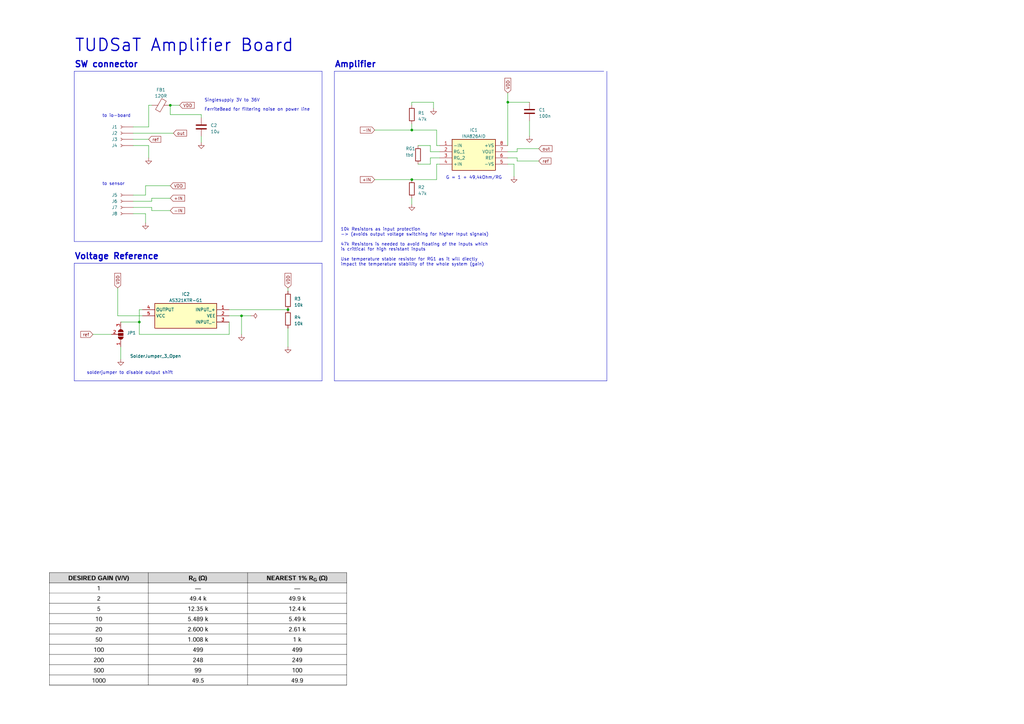
<source format=kicad_sch>
(kicad_sch (version 20230121) (generator eeschema)
  (paper "A3")
  (lib_symbols
    (symbol "AS321KTR-G1:AS321KTR-G1"
      (property "Reference" "IC" (at 31.75 7.62 0))
      (property "Value" "AS321KTR-G1" (at 31.75 5.08 0))
      (symbol "AS321KTR-G1_1_1"
        (rectangle (start 5.08 2.54) (end 30.48 -7.62) (stroke (width 0.254)) (fill (type background)))
        (pin input line (at 0 0 0) (length 5.08) (name "INPUT_+") (number "1"))
        (pin power_in line (at 0 -2.54 0) (length 5.08) (name "VEE") (number "2"))
        (pin input line (at 0 -5.08 0) (length 5.08) (name "INPUT_-") (number "3"))
        (pin output line (at 35.56 0 180) (length 5.08) (name "OUTPUT") (number "4"))
        (pin bidirectional line (at 35.56 -2.54 180) (length 5.08) (name "VCC") (number "5"))
      )
    )
    (symbol "Connector:Conn_01x01_Socket" (pin_numbers hide) (pin_names (offset 1.016) hide)
      (property "Reference" "J" (at 0 2.54 0))
      (property "Value" "Conn_01x01_Socket" (at 0 -2.54 0))
      (symbol "Conn_01x01_Socket_1_1"
        (polyline (pts (xy -1.27 0) (xy -0.508 0)) (stroke (width 0.1524)))
        (arc (start 0 0.508) (mid -0.5058 0) (end 0 -0.508) (stroke (width 0.1524)))
        (pin passive line (at -5.08 0 0) (length 3.81) (name "Pin_1") (number "1"))
      )
    )
    (symbol "Device:C" (pin_numbers hide) (pin_names (offset 0.254))
      (property "Reference" "C" (at 0.635 2.54 0))
      (property "Value" "C" (at 0.635 -2.54 0))
      (symbol "C_0_1"
        (polyline (pts (xy -2.032 -0.762) (xy 2.032 -0.762)) (stroke (width 0.508)))
        (polyline (pts (xy -2.032 0.762) (xy 2.032 0.762)) (stroke (width 0.508)))
      )
      (symbol "C_1_1"
        (pin passive line (at 0 3.81 270) (length 2.794) (name "~") (number "1"))
        (pin passive line (at 0 -3.81 90) (length 2.794) (name "~") (number "2"))
      )
    )
    (symbol "Device:FerriteBead" (pin_numbers hide) (pin_names (offset 0))
      (property "Reference" "FB" (at -3.81 0.635 90))
      (property "Value" "FerriteBead" (at 3.81 0 90))
      (symbol "FerriteBead_0_1"
        (polyline (pts (xy 0 -1.27) (xy 0 -1.2192)))
        (polyline (pts (xy 0 1.27) (xy 0 1.2954)))
        (polyline (pts (xy -2.7686 0.4064) (xy -1.7018 2.2606) (xy 2.7686 -0.3048) (xy 1.6764 -2.159) (xy -2.7686 0.4064)))
      )
      (symbol "FerriteBead_1_1"
        (pin passive line (at 0 3.81 270) (length 2.54) (name "~") (number "1"))
        (pin passive line (at 0 -3.81 90) (length 2.54) (name "~") (number "2"))
      )
    )
    (symbol "Device:R" (pin_numbers hide) (pin_names (offset 0))
      (property "Reference" "R" (at 2.032 0 90))
      (property "Value" "R" (at 0 0 90))
      (symbol "R_0_1"
        (rectangle (start -1.016 -2.54) (end 1.016 2.54) (stroke (width 0.254)))
      )
      (symbol "R_1_1"
        (pin passive line (at 0 3.81 270) (length 1.27) (name "~") (number "1"))
        (pin passive line (at 0 -3.81 90) (length 1.27) (name "~") (number "2"))
      )
    )
    (symbol "GND_2" (power) (pin_numbers hide) (pin_names (offset 0) hide)
      (property "Value" "GND_2" (at 0 -3.81 0))
      (symbol "GND_2_0_1"
        (polyline (pts (xy 0 0) (xy 0 -1.27) (xy 1.27 -1.27) (xy 0 -2.54) (xy -1.27 -1.27) (xy 0 -1.27)))
      )
      (symbol "GND_2_1_1"
        (pin power_in line (at 0 0 270) (length 0) hide (name "GND") (number "1"))
      )
    )
    (symbol "GND_3" (power) (pin_numbers hide) (pin_names (offset 0) hide)
      (property "Value" "GND_3" (at 0 -3.81 0))
      (symbol "GND_3_0_1"
        (polyline (pts (xy 0 0) (xy 0 -1.27) (xy 1.27 -1.27) (xy 0 -2.54) (xy -1.27 -1.27) (xy 0 -1.27)))
      )
      (symbol "GND_3_1_1"
        (pin power_in line (at 0 0 270) (length 0) hide (name "GND") (number "1"))
      )
    )
    (symbol "INA826AID:INA826AID"
      (property "Reference" "IC" (at 24.13 7.62 0))
      (property "Value" "INA826AID" (at 24.13 5.08 0))
      (symbol "INA826AID_1_1"
        (rectangle (start 5.08 2.54) (end 22.86 -10.16) (stroke (width 0.254)) (fill (type background)))
        (pin passive line (at 0 0 0) (length 5.08) (name "-IN") (number "1"))
        (pin passive line (at 0 -2.54 0) (length 5.08) (name "RG_1") (number "2"))
        (pin passive line (at 0 -5.08 0) (length 5.08) (name "RG_2") (number "3"))
        (pin passive line (at 0 -7.62 0) (length 5.08) (name "+IN") (number "4"))
        (pin passive line (at 27.94 -7.62 180) (length 5.08) (name "-VS") (number "5"))
        (pin passive line (at 27.94 -5.08 180) (length 5.08) (name "REF") (number "6"))
        (pin passive line (at 27.94 -2.54 180) (length 5.08) (name "VOUT") (number "7"))
        (pin passive line (at 27.94 0 180) (length 5.08) (name "+VS") (number "8"))
      )
    )
    (symbol "Jumper:SolderJumper_3_Open" (pin_names (offset 0) hide)
      (property "Reference" "JP" (at -2.54 -2.54 0))
      (property "Value" "SolderJumper_3_Open" (at 0 2.794 0))
      (symbol "SolderJumper_3_Open_0_1"
        (arc (start -1.016 1.016) (mid -2.0276 0) (end -1.016 -1.016))
        (arc (start -1.016 1.016) (mid -2.0276 0) (end -1.016 -1.016) (fill (type outline)))
        (rectangle (start -0.508 1.016) (end 0.508 -1.016) (fill (type outline)))
        (polyline (pts (xy -2.54 0) (xy -2.032 0)))
        (polyline (pts (xy -1.016 1.016) (xy -1.016 -1.016)))
        (polyline (pts (xy 0 -1.27) (xy 0 -1.016)))
        (polyline (pts (xy 1.016 1.016) (xy 1.016 -1.016)))
        (polyline (pts (xy 2.54 0) (xy 2.032 0)))
        (arc (start 1.016 -1.016) (mid 2.0276 0) (end 1.016 1.016))
        (arc (start 1.016 -1.016) (mid 2.0276 0) (end 1.016 1.016) (fill (type outline)))
      )
      (symbol "SolderJumper_3_Open_1_1"
        (pin passive line (at -5.08 0 0) (length 2.54) (name "A") (number "1"))
        (pin passive line (at 0 -3.81 90) (length 2.54) (name "C") (number "2"))
        (pin passive line (at 5.08 0 180) (length 2.54) (name "B") (number "3"))
      )
    )
    (symbol "power:PWR_FLAG" (power) (pin_numbers hide) (pin_names (offset 0) hide)
      (property "Value" "PWR_FLAG" (at 0 3.81 0))
      (symbol "PWR_FLAG_0_0"
        (pin power_out line (at 0 0 90) (length 0) (name "pwr") (number "1"))
      )
      (symbol "PWR_FLAG_0_1"
        (polyline (pts (xy 0 0) (xy 0 1.27) (xy -1.016 1.905) (xy 0 2.54) (xy 1.016 1.905) (xy 0 1.27)))
      )
    )
  )
  (junction (at 99.06 129.54))
  (junction (at 118.11 127))
  (junction (at 69.85 43.18))
  (junction (at 208.28 41.91))
  (junction (at 168.91 53.34))
  (junction (at 168.91 73.66))
  (junction (at 57.15 132.08))
  (polyline (pts (xy 30.48 156.21) (xy 132.08 156.21)))
  (wire (pts (xy 73.66 43.18) (xy 69.85 43.18)))
  (wire (pts (xy 208.28 38.1) (xy 208.28 41.91)))
  (wire (pts (xy 210.82 67.31) (xy 210.82 72.39)))
  (wire (pts (xy 62.23 81.28) (xy 69.85 81.28)))
  (wire (pts (xy 59.69 87.63) (xy 59.69 91.44)))
  (wire (pts (xy 57.15 137.16) (xy 93.98 137.16)))
  (wire (pts (xy 69.85 46.99) (xy 69.85 43.18)))
  (wire (pts (xy 168.91 81.28) (xy 168.91 83.82)))
  (wire (pts (xy 82.55 55.88) (xy 82.55 58.42)))
  (polyline (pts (xy 137.16 29.21) (xy 137.16 156.21)))
  (wire (pts (xy 60.96 43.18) (xy 60.96 52.07)))
  (wire (pts (xy 60.96 57.15) (xy 54.61 57.15)))
  (wire (pts (xy 179.07 59.69) (xy 180.34 59.69)))
  (polyline (pts (xy 248.92 156.21) (xy 248.92 29.21)))
  (wire (pts (xy 99.06 129.54) (xy 102.87 129.54)))
  (polyline (pts (xy 137.16 156.21) (xy 248.92 156.21)))
  (wire (pts (xy 48.26 129.54) (xy 58.42 129.54)))
  (polyline (pts (xy 30.48 107.95) (xy 132.08 107.95)))
  (polyline (pts (xy 137.16 29.21) (xy 247.65 29.21)))
  (wire (pts (xy 212.09 66.04) (xy 220.98 66.04)))
  (wire (pts (xy 180.34 62.23) (xy 176.53 62.23)))
  (wire (pts (xy 54.61 87.63) (xy 59.69 87.63)))
  (wire (pts (xy 176.53 64.77) (xy 176.53 67.31)))
  (wire (pts (xy 60.96 52.07) (xy 54.61 52.07)))
  (wire (pts (xy 176.53 67.31) (xy 171.45 67.31)))
  (wire (pts (xy 54.61 80.01) (xy 59.69 80.01)))
  (wire (pts (xy 93.98 127) (xy 118.11 127)))
  (wire (pts (xy 118.11 119.38) (xy 118.11 118.11)))
  (polyline (pts (xy 132.08 99.06) (xy 30.48 99.06)))
  (wire (pts (xy 62.23 81.28) (xy 62.23 82.55)))
  (wire (pts (xy 217.17 49.53) (xy 217.17 55.88)))
  (wire (pts (xy 177.8 41.91) (xy 177.8 44.45)))
  (wire (pts (xy 57.15 127) (xy 58.42 127)))
  (polyline (pts (xy 30.48 107.95) (xy 30.48 156.21)))
  (wire (pts (xy 208.28 41.91) (xy 208.28 59.69)))
  (wire (pts (xy 82.55 46.99) (xy 69.85 46.99)))
  (wire (pts (xy 168.91 41.91) (xy 168.91 43.18)))
  (wire (pts (xy 49.53 142.24) (xy 49.53 147.32)))
  (wire (pts (xy 69.85 86.36) (xy 62.23 86.36)))
  (wire (pts (xy 57.15 132.08) (xy 57.15 137.16)))
  (wire (pts (xy 60.96 43.18) (xy 62.23 43.18)))
  (wire (pts (xy 54.61 54.61) (xy 71.12 54.61)))
  (wire (pts (xy 168.91 53.34) (xy 179.07 53.34)))
  (wire (pts (xy 212.09 62.23) (xy 208.28 62.23)))
  (wire (pts (xy 179.07 73.66) (xy 179.07 67.31)))
  (wire (pts (xy 54.61 85.09) (xy 62.23 85.09)))
  (wire (pts (xy 212.09 60.96) (xy 220.98 60.96)))
  (wire (pts (xy 93.98 137.16) (xy 93.98 132.08)))
  (wire (pts (xy 153.67 53.34) (xy 168.91 53.34)))
  (wire (pts (xy 118.11 134.62) (xy 118.11 142.24)))
  (wire (pts (xy 176.53 62.23) (xy 176.53 59.69)))
  (wire (pts (xy 62.23 86.36) (xy 62.23 85.09)))
  (wire (pts (xy 54.61 82.55) (xy 62.23 82.55)))
  (wire (pts (xy 57.15 127) (xy 57.15 132.08)))
  (wire (pts (xy 54.61 59.69) (xy 60.96 59.69)))
  (wire (pts (xy 93.98 129.54) (xy 99.06 129.54)))
  (wire (pts (xy 69.85 76.2) (xy 59.69 76.2)))
  (wire (pts (xy 168.91 50.8) (xy 168.91 53.34)))
  (wire (pts (xy 212.09 60.96) (xy 212.09 62.23)))
  (wire (pts (xy 217.17 41.91) (xy 208.28 41.91)))
  (wire (pts (xy 180.34 64.77) (xy 176.53 64.77)))
  (polyline (pts (xy 30.48 29.21) (xy 132.08 29.21)))
  (wire (pts (xy 60.96 59.69) (xy 60.96 64.77)))
  (wire (pts (xy 153.67 73.66) (xy 168.91 73.66)))
  (polyline (pts (xy 30.48 29.21) (xy 30.48 99.06)))
  (wire (pts (xy 59.69 76.2) (xy 59.69 80.01)))
  (wire (pts (xy 210.82 67.31) (xy 208.28 67.31)))
  (wire (pts (xy 48.26 118.11) (xy 48.26 129.54)))
  (wire (pts (xy 179.07 53.34) (xy 179.07 59.69)))
  (polyline (pts (xy 132.08 29.21) (xy 132.08 99.06)))
  (wire (pts (xy 208.28 64.77) (xy 212.09 64.77)))
  (wire (pts (xy 168.91 41.91) (xy 177.8 41.91)))
  (wire (pts (xy 99.06 129.54) (xy 99.06 137.16)))
  (wire (pts (xy 38.1 137.16) (xy 45.72 137.16)))
  (wire (pts (xy 179.07 67.31) (xy 180.34 67.31)))
  (wire (pts (xy 212.09 66.04) (xy 212.09 64.77)))
  (polyline (pts (xy 132.08 156.21) (xy 132.08 107.95)))
  (wire (pts (xy 49.53 132.08) (xy 57.15 132.08)))
  (wire (pts (xy 168.91 73.66) (xy 179.07 73.66)))
  (wire (pts (xy 176.53 59.69) (xy 171.45 59.69)))
  (wire (pts (xy 82.55 46.99) (xy 82.55 48.26)))
  (image (at 81.28 257.81) (scale 1.504))
  (text "to sensor" (at 41.91 76.2 0) (effects (font (size 1.27 1.27)) (justify left bottom)))
  (text "G = 1 + 49,4kOhm/RG" (at 182.88 73.66 0) (effects (font (size 1.27 1.27)) (justify left bottom)))
  (text "SW connector" (at 30.48 27.94 0) (effects (font (size 2.5 2.5) (thickness 0.5) bold) (justify left bottom)))
  (text "Singlesupply 3V to 36V" (at 83.82 41.91 0) (effects (font (size 1.27 1.27)) (justify left bottom)))
  (text "FerriteBead for filtering noise on power line\n" (at 83.82 45.72 0) (effects (font (size 1.27 1.27)) (justify left bottom)))
  (text "TUDSaT Amplifier Board" (at 30.48 21.59 0) (effects (font (size 5 5) (thickness 0.5) bold) (justify left bottom)))
  (text "Voltage Reference" (at 30.48 106.68 0) (effects (font (size 2.5 2.5) (thickness 0.5) bold) (justify left bottom)))
  (text "10k Resistors as input protection \n-> (avoids output voltage switching for higher Input signals)\n\n47k Resistors is needed to avoid floating of the inputs which\nis crittical for high resistant inputs\n\nUse temperature stable resistor for RG1 as it will diectly\nimpact the temperature stability of the whole system (gain)" (at 139.7 109.22 0) (effects (font (size 1.27 1.27)) (justify left bottom)))
  (text "Amplifier" (at 137.16 27.94 0) (effects (font (size 2.5 2.5) (thickness 0.5) bold) (justify left bottom)))
  (text "solderjumper to disable output shift" (at 35.56 153.67 0) (effects (font (size 1.27 1.27)) (justify left bottom)))
  (text "to io-board" (at 41.91 48.26 0) (effects (font (size 1.27 1.27)) (justify left bottom)))
  (global_label "VDD" (shape input) (at 69.85 76.2 0) (property "Intersheetrefs" "${INTERSHEET_REFS}" (effects hide)))
  (global_label "out" (shape input) (at 71.12 54.61 0) (property "Intersheetrefs" "${INTERSHEET_REFS}" (effects hide)))
  (global_label "VDD" (shape input) (at 118.11 118.11 90) (property "Intersheetrefs" "${INTERSHEET_REFS}" (effects hide)))
  (global_label "-IN" (shape input) (at 69.85 86.36 0) (property "Intersheetrefs" "${INTERSHEET_REFS}" (effects hide)))
  (global_label "VDD" (shape input) (at 73.66 43.18 0) (property "Intersheetrefs" "${INTERSHEET_REFS}" (effects hide)))
  (global_label "VDD" (shape input) (at 208.28 38.1 90) (property "Intersheetrefs" "${INTERSHEET_REFS}" (effects hide)))
  (global_label "ref" (shape input) (at 220.98 66.04 0) (property "Intersheetrefs" "${INTERSHEET_REFS}" (effects hide)))
  (global_label "VDD" (shape input) (at 48.26 118.11 90) (property "Intersheetrefs" "${INTERSHEET_REFS}" (effects hide)))
  (global_label "ref" (shape input) (at 38.1 137.16 180) (property "Intersheetrefs" "${INTERSHEET_REFS}" (effects hide)))
  (global_label "ref" (shape input) (at 60.96 57.15 0) (property "Intersheetrefs" "${INTERSHEET_REFS}" (effects hide)))
  (global_label "+IN" (shape input) (at 153.67 73.66 180) (property "Intersheetrefs" "${INTERSHEET_REFS}" (effects hide)))
  (global_label "+IN" (shape input) (at 69.85 81.28 0) (property "Intersheetrefs" "${INTERSHEET_REFS}" (effects hide)))
  (global_label "out" (shape input) (at 220.98 60.96 0) (property "Intersheetrefs" "${INTERSHEET_REFS}" (effects hide)))
  (global_label "-IN" (shape input) (at 153.67 53.34 180) (property "Intersheetrefs" "${INTERSHEET_REFS}" (effects hide)))
  (symbol (lib_name "GND_2") (lib_id "power:GND") (at 82.55 58.42 0) (unit 1)
    (property "Reference" "#PWR03" (effects hide))
    (property "Value" "GND" (effects hide))
  )
  (symbol (lib_id "AS321KTR-G1:AS321KTR-G1") (at 93.98 127 0) (mirror y) (unit 1)
    (property "Reference" "IC2" (at 76.2 120.65 0))
    (property "Value" "AS321KTR-G1" (at 76.2 123.19 0))
    (property "Footprint" "Package_TO_SOT_SMD:SOT-23-5" (effects hide))
    (property "Datasheet" "https://componentsearchengine.com/Datasheets/1/AS321KTR-G1.pdf" (effects hide))
    (property "Height" "1.3" (effects hide))
    (property "Mouser Part Number" "621-AS321KTR-G1" (effects hide))
    (property "Mouser Price/Stock" "https://www.mouser.co.uk/ProductDetail/Diodes-Incorporated/AS321KTR-G1?qs=FKu9oBikfSmeSjG4DQJu3A%3D%3D" (effects hide))
    (property "Manufacturer_Name" "Diodes Incorporated" (effects hide))
    (property "Manufacturer_Part_Number" "AS321KTR-G1" (effects hide))
  )
  (symbol (lib_id "Connector:Conn_01x01_Socket") (at 49.53 80.01 0) (mirror y) (unit 1)
    (property "Reference" "J5" (at 46.99 80.01 0))
    (property "Value" "Conn_01x01_Socket" (effects hide))
    (property "Footprint" "Connector_Wire:SolderWirePad_1x01_SMD_1x2mm" (effects hide))
  )
  (symbol (lib_name "GND_2") (lib_id "power:GND") (at 210.82 72.39 0) (unit 1)
    (property "Reference" "#PWR05" (effects hide))
    (property "Value" "GND" (effects hide))
  )
  (symbol (lib_id "Connector:Conn_01x01_Socket") (at 49.53 59.69 0) (mirror y) (unit 1)
    (property "Reference" "J4" (at 46.99 59.69 0))
    (property "Value" "Conn_01x01_Socket" (effects hide))
    (property "Footprint" "Connector_Wire:SolderWirePad_1x01_SMD_1x2mm" (effects hide))
  )
  (symbol (lib_name "GND_2") (lib_id "power:GND") (at 168.91 83.82 0) (unit 1)
    (property "Reference" "#PWR06" (effects hide))
    (property "Value" "GND" (effects hide))
  )
  (symbol (lib_name "GND_2") (lib_id "power:GND") (at 60.96 64.77 0) (unit 1)
    (property "Reference" "#PWR04" (effects hide))
    (property "Value" "GND" (effects hide))
  )
  (symbol (lib_id "Device:C") (at 82.55 52.07 0) (unit 1)
    (property "Reference" "C2" (at 86.36 51.435 0) (effects (justify left)))
    (property "Value" "10u" (at 86.36 53.975 0) (effects (justify left)))
    (property "Footprint" "Capacitor_SMD:C_0603_1608Metric" (effects hide))
  )
  (symbol (lib_id "INA826AID:INA826AID") (at 180.34 59.69 0) (unit 1)
    (property "Reference" "IC1" (at 194.31 53.34 0))
    (property "Value" "INA826AID" (at 194.31 55.88 0))
    (property "Footprint" "Package_SO:SOIC-8_3.9x4.9mm_P1.27mm" (effects hide))
    (property "Datasheet" "http://www.ti.com/lit/gpn/ina826" (effects hide))
    (property "Height" "1.75" (effects hide))
    (property "Mouser Part Number" "595-INA826AID" (effects hide))
    (property "Mouser Price/Stock" "https://www.mouser.co.uk/ProductDetail/Texas-Instruments/INA826AID?qs=RqytGdBYyUH0CDtkCzl1iw%3D%3D" (effects hide))
    (property "Manufacturer_Name" "Texas Instruments" (effects hide))
    (property "Manufacturer_Part_Number" "INA826AID" (effects hide))
  )
  (symbol (lib_id "Device:R") (at 118.11 123.19 180) (unit 1)
    (property "Reference" "R3" (at 120.65 122.555 0) (effects (justify right)))
    (property "Value" "10k" (at 120.65 125.095 0) (effects (justify right)))
    (property "Footprint" "Resistor_SMD:R_0402_1005Metric_Pad0.72x0.64mm_HandSolder" (effects hide))
  )
  (symbol (lib_id "Connector:Conn_01x01_Socket") (at 49.53 54.61 0) (mirror y) (unit 1)
    (property "Reference" "J2" (at 46.99 54.61 0))
    (property "Value" "Conn_01x01_Socket" (effects hide))
    (property "Footprint" "Connector_Wire:SolderWirePad_1x01_SMD_1x2mm" (effects hide))
  )
  (symbol (lib_id "Connector:Conn_01x01_Socket") (at 49.53 87.63 0) (mirror y) (unit 1)
    (property "Reference" "J8" (at 46.99 87.63 0))
    (property "Value" "Conn_01x01_Socket" (effects hide))
    (property "Footprint" "Connector_Wire:SolderWirePad_1x01_SMD_1x2mm" (effects hide))
  )
  (symbol (lib_name "GND_2") (lib_id "power:GND") (at 177.8 44.45 0) (unit 1)
    (property "Reference" "#PWR01" (effects hide))
    (property "Value" "GND" (effects hide))
  )
  (symbol (lib_id "Connector:Conn_01x01_Socket") (at 49.53 57.15 0) (mirror y) (unit 1)
    (property "Reference" "J3" (at 46.99 57.15 0))
    (property "Value" "Conn_01x01_Socket" (effects hide))
    (property "Footprint" "Connector_Wire:SolderWirePad_1x01_SMD_1x2mm" (effects hide))
  )
  (symbol (lib_name "GND_2") (lib_id "power:GND") (at 59.69 91.44 0) (unit 1)
    (property "Reference" "#PWR07" (effects hide))
    (property "Value" "GND" (effects hide))
  )
  (symbol (lib_id "Connector:Conn_01x01_Socket") (at 49.53 52.07 0) (mirror y) (unit 1)
    (property "Reference" "J1" (at 46.99 52.07 0))
    (property "Value" "Conn_01x01_Socket" (effects hide))
    (property "Footprint" "Connector_Wire:SolderWirePad_1x01_SMD_1x2mm" (effects hide))
  )
  (symbol (lib_id "Connector:Conn_01x01_Socket") (at 49.53 82.55 0) (mirror y) (unit 1)
    (property "Reference" "J6" (at 46.99 82.55 0))
    (property "Value" "Conn_01x01_Socket" (effects hide))
    (property "Footprint" "Connector_Wire:SolderWirePad_1x01_SMD_1x2mm" (effects hide))
  )
  (symbol (lib_id "Device:R") (at 168.91 46.99 180) (unit 1)
    (property "Reference" "R1" (at 171.45 46.355 0) (effects (justify right)))
    (property "Value" "47k" (at 171.45 48.895 0) (effects (justify right)))
    (property "Footprint" "Resistor_SMD:R_0402_1005Metric_Pad0.72x0.64mm_HandSolder" (effects hide))
  )
  (symbol (lib_id "Device:FerriteBead") (at 66.04 43.18 90) (unit 1)
    (property "Reference" "FB1" (at 65.9892 36.83 90))
    (property "Value" "120R" (at 65.9892 39.37 90))
    (property "Footprint" "Inductor_SMD:L_0603_1608Metric" (effects hide))
  )
  (symbol (lib_id "Jumper:SolderJumper_3_Open") (at 49.53 137.16 270) (mirror x) (unit 1)
    (property "Reference" "JP1" (at 52.07 136.525 90) (effects (justify left)))
    (property "Value" "SolderJumper_3_Open" (at 53.34 146.05 90) (effects (justify left)))
    (property "Footprint" "Jumper:SolderJumper-3_P1.3mm_Open_RoundedPad1.0x1.5mm_NumberLabels" (effects hide))
  )
  (symbol (lib_id "power:PWR_FLAG") (at 102.87 129.54 270) (unit 1)
    (property "Reference" "#FLG01" (effects hide))
    (property "Value" "PWR_FLAG" (effects hide))
  )
  (symbol (lib_id "Connector:Conn_01x01_Socket") (at 49.53 85.09 0) (mirror y) (unit 1)
    (property "Reference" "J7" (at 46.99 85.09 0))
    (property "Value" "Conn_01x01_Socket" (effects hide))
    (property "Footprint" "Connector_Wire:SolderWirePad_1x01_SMD_1x2mm" (effects hide))
  )
  (symbol (lib_name "GND_2") (lib_id "power:GND") (at 99.06 137.16 0) (unit 1)
    (property "Reference" "#PWR08" (effects hide))
    (property "Value" "GND" (effects hide))
  )
  (symbol (lib_id "Device:R") (at 118.11 130.81 180) (unit 1)
    (property "Reference" "R4" (at 120.65 130.175 0) (effects (justify right)))
    (property "Value" "10k" (at 120.65 132.715 0) (effects (justify right)))
    (property "Footprint" "Resistor_SMD:R_0402_1005Metric_Pad0.72x0.64mm_HandSolder" (effects hide))
  )
  (symbol (lib_id "Device:C") (at 217.17 45.72 0) (unit 1)
    (property "Reference" "C1" (at 220.98 45.085 0) (effects (justify left)))
    (property "Value" "100n" (at 220.98 47.625 0) (effects (justify left)))
    (property "Footprint" "Capacitor_SMD:C_0402_1005Metric_Pad0.74x0.62mm_HandSolder" (effects hide))
  )
  (symbol (lib_id "Device:R") (at 171.45 63.5 180) (unit 1)
    (property "Reference" "RG1" (at 166.37 60.96 0) (effects (justify right)))
    (property "Value" "tbd" (at 166.37 63.5 0) (effects (justify right)))
    (property "Footprint" "Resistor_SMD:R_0603_1608Metric_Pad0.98x0.95mm_HandSolder" (effects hide))
  )
  (symbol (lib_id "Device:R") (at 168.91 77.47 180) (unit 1)
    (property "Reference" "R2" (at 171.45 76.835 0) (effects (justify right)))
    (property "Value" "47k" (at 171.45 79.375 0) (effects (justify right)))
    (property "Footprint" "Resistor_SMD:R_0402_1005Metric_Pad0.72x0.64mm_HandSolder" (effects hide))
  )
  (symbol (lib_name "GND_2") (lib_id "power:GND") (at 49.53 147.32 0) (unit 1)
    (property "Reference" "#PWR010" (effects hide))
    (property "Value" "GND" (effects hide))
  )
  (symbol (lib_name "GND_3") (lib_id "power:GND") (at 217.17 55.88 0) (unit 1)
    (property "Reference" "#PWR02" (effects hide))
    (property "Value" "GND" (effects hide))
  )
  (symbol (lib_name "GND_2") (lib_id "power:GND") (at 118.11 142.24 0) (unit 1)
    (property "Reference" "#PWR09" (effects hide))
    (property "Value" "GND" (effects hide))
  )
)
</source>
